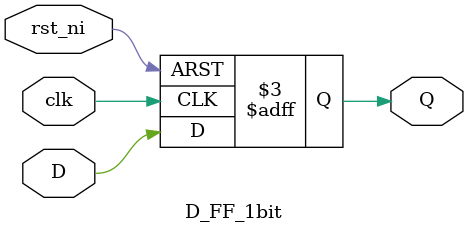
<source format=sv>
module D_FF_1bit
(	
	//------------------CPU INPUT------------------------//
	input  logic 	       		clk, rst_ni,
	//---------------------------------------------------//
	
	//-------------D-FF-INPUT <-> OUTPUT-----------------//
	input  logic 	 			D,
	output reg 				 	Q
	//---------------------------------------------------//
);
	always_ff @(posedge clk or negedge rst_ni) begin
		if(!rst_ni) begin
			Q  <=  0;
		end
		else begin
			Q  <=  D;
		end
	end
endmodule

</source>
